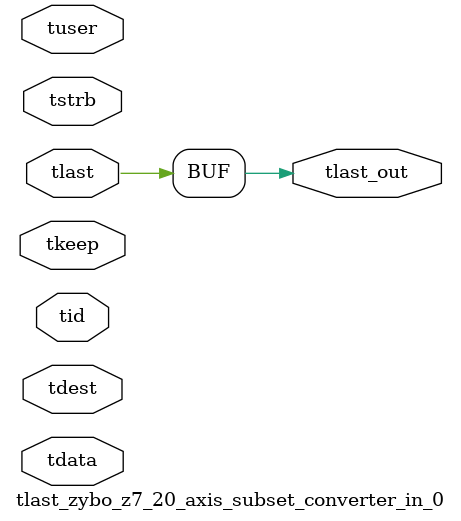
<source format=v>


`timescale 1ps/1ps

module tlast_zybo_z7_20_axis_subset_converter_in_0 #
(
parameter C_S_AXIS_TID_WIDTH   = 1,
parameter C_S_AXIS_TUSER_WIDTH = 0,
parameter C_S_AXIS_TDATA_WIDTH = 0,
parameter C_S_AXIS_TDEST_WIDTH = 0
)
(
input  [(C_S_AXIS_TID_WIDTH   == 0 ? 1 : C_S_AXIS_TID_WIDTH)-1:0       ] tid,
input  [(C_S_AXIS_TDATA_WIDTH == 0 ? 1 : C_S_AXIS_TDATA_WIDTH)-1:0     ] tdata,
input  [(C_S_AXIS_TUSER_WIDTH == 0 ? 1 : C_S_AXIS_TUSER_WIDTH)-1:0     ] tuser,
input  [(C_S_AXIS_TDEST_WIDTH == 0 ? 1 : C_S_AXIS_TDEST_WIDTH)-1:0     ] tdest,
input  [(C_S_AXIS_TDATA_WIDTH/8)-1:0 ] tkeep,
input  [(C_S_AXIS_TDATA_WIDTH/8)-1:0 ] tstrb,
input  [0:0]                                                             tlast,
output                                                                   tlast_out
);

assign tlast_out = {tlast[0]};

endmodule


</source>
